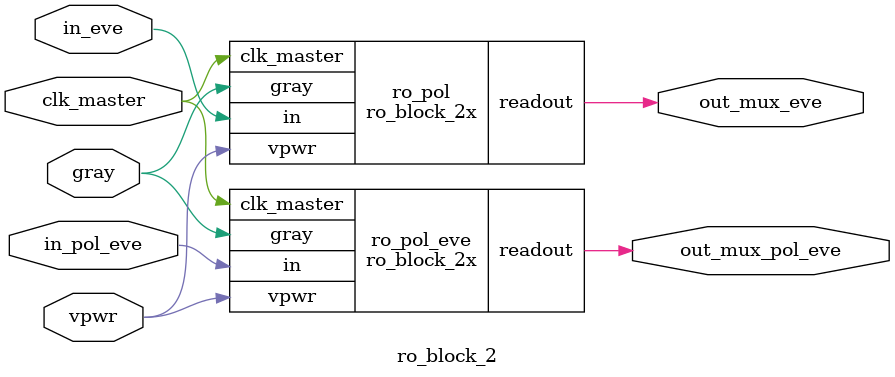
<source format=v>

`include "./../feedback/asyn_rst_dff.v"
`include "./../feedback/asyn_rst_dff_n.v"
//`include "./../feedback/mux_2_1.v"
//`include "./../feedback/buffer.v"
`timescale 1ns/1fs


module edge_ff_n(
input d,rstb,clk,
output wire out);
wire [1:0]q;
wire buff_out;
//wire rstb_inv; //rstb_inv used after passing the reset signal(clk_ext) through an inverter.
//assign rstb_inv=~rstb;
buffer bf(.in(clk),.out(buff_out));
asyn_rst_dff dff(.clk(buff_out),.d(d),.rstb(rstb),.q(q[1]));
asyn_rst_dff_n dff_n(.clk(buff_out),.d(d),.rstb(rstb),.q(q[0]));
mux_2_1 mux(.in_0(q[0]),.in_1(q[1]),.sel(clk),.out(out));
endmodule

//first_readout_block fastest data out
module ro_block_2x(
	input vpwr,
	input gray,clk_master,in, //pwr is the vdd input 
	output wire readout);	   //gray is the gray clk bits
	wire eff_out;			   

	edge_ff_n eff(
		.d(vpwr),		//readout is the output of the readout block.
		.rstb(clk_master), //clkdiv2 is the max frequency of the core.
		.clk(gray),
		.out(eff_out));

	tbuf tribuf(
		.in(in),
		.ctrl(eff_out),
		.out(readout));
endmodule

module ro_block_2(
	input vpwr,
	input gray,clk_master,
	input in_eve,in_pol_eve,
	output wire out_mux_eve,out_mux_pol_eve);
	
	ro_block_2x ro_pol(
		.vpwr(vpwr),
		.gray(gray),
		.clk_master(clk_master),
		.in(in_eve),
		.readout(out_mux_eve));

	ro_block_2x ro_pol_eve(
		.vpwr(vpwr),
		.gray(gray),
		.clk_master(clk_master),
		.in(in_pol_eve),
		.readout(out_mux_pol_eve));
endmodule





/*
//Testbench
//gc: Gray Counter
//c: Counter
//clk_ext_global: master clock
module tb_ro_block_2;						   //gc_clk is the gray counter clock
	reg vpwr,clk_master,clkdiv2,rstb,in_eve,in_pol_eve; //vpwr is the connection to d pin of eff
	wire [18:0]gc_clk;						   //clk_master is the global external clock 
	wire [1:0]read_out_iq;					   //clkdiv2 is the max core clock
	parameter PERIOD_MASTER=400;			   //read_out_iq[1]: out_mux_pol_eve
	real clk_master_half_pd=PERIOD_MASTER/2;   //read_out_iq[0]:out_mux_eve
	parameter n=2; // n is core's index.
	parameter PERIOD_CORE=400*(2**(n-1));
	real clk_core_half_pd=(PERIOD_CORE)/2;
	real comp_out_half_pd=PERIOD_CORE;//factor of 2 is multiplied here because the period of comput is double that of the core clock
	
	//module instantiation	
	gray_count gc_clock(Ï
		.clk(clk_master), 
		.reset(rstb), 
		.gray_count(gc_clk[18:0]));

	ro_block_2 ro_block(
		.vpwr(vpwr),
		.gray(gc_clk[n-1]), //parameterize the testbench for all the readouts
		.clk_master(clk_master),
		.in_eve(in_eve),
		.in_pol_eve(in_pol_eve),
		.out_mux_eve(read_out_iq[0]),
		.out_mux_pol_eve(read_out_iq[1]));

	initial begin
	$dumpfile("ro_block_2.vcd");
	$dumpvars;
	end 

	//signal generation
	initial begin
		clk_master=0;
		forever
			#(clk_master_half_pd)clk_master = ~clk_master; //ext_clk generation freq=2.56 MHz
	end

	initial begin
		clkdiv2=0;
		//#(clk_master_half_pd) clkdiv2=1;
		forever
			#(clk_core_half_pd)clkdiv2 = ~clkdiv2; //ext_clk generation freq=2.56 MHz
	end

	//modelling in_eve(or in_pol_eve) using comp_out as it follows the same edges for its data release. 	
	always @(posedge rstb or negedge rstb or negedge clkdiv2) begin
		//in_eve=0;
			if(rstb&~clkdiv2) begin
				#2 in_eve<=1;
				#(comp_out_half_pd) in_eve=~in_eve;
				end
			else in_eve<=in_eve;
	end 

	//modelling in_eve(or in_pol_eve) using comp_out as it follows the same edges for its data release. 	
	always @(posedge rstb or negedge rstb or negedge clkdiv2) begin
		//in_pol_eve=0;
			if(rstb&~clkdiv2) begin
				#2 in_pol_eve<=1;
				#(comp_out_half_pd) in_pol_eve=~in_pol_eve;
				end
			else in_pol_eve<=in_pol_eve;
	end 


	initial begin
		rstb=0;
		vpwr=1;
		#5 rstb=1;
		repeat(700) @(posedge clkdiv2);
     	#100;
		$finish; 
	end
	endmodule
*/


</source>
